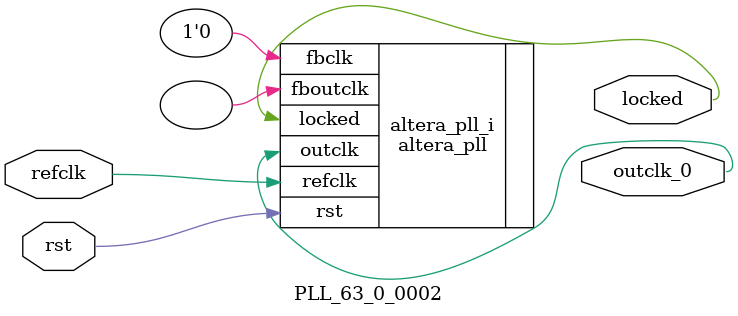
<source format=v>
`timescale 1ns/10ps
module  PLL_63_0_0002(

	// interface 'refclk'
	input wire refclk,

	// interface 'reset'
	input wire rst,

	// interface 'outclk0'
	output wire outclk_0,

	// interface 'locked'
	output wire locked
);

	altera_pll #(
		.fractional_vco_multiplier("false"),
		.reference_clock_frequency("50.0 MHz"),
		.operation_mode("direct"),
		.number_of_clocks(1),
		.output_clock_frequency0("63.055555 MHz"),
		.phase_shift0("0 ps"),
		.duty_cycle0(50),
		.output_clock_frequency1("0 MHz"),
		.phase_shift1("0 ps"),
		.duty_cycle1(50),
		.output_clock_frequency2("0 MHz"),
		.phase_shift2("0 ps"),
		.duty_cycle2(50),
		.output_clock_frequency3("0 MHz"),
		.phase_shift3("0 ps"),
		.duty_cycle3(50),
		.output_clock_frequency4("0 MHz"),
		.phase_shift4("0 ps"),
		.duty_cycle4(50),
		.output_clock_frequency5("0 MHz"),
		.phase_shift5("0 ps"),
		.duty_cycle5(50),
		.output_clock_frequency6("0 MHz"),
		.phase_shift6("0 ps"),
		.duty_cycle6(50),
		.output_clock_frequency7("0 MHz"),
		.phase_shift7("0 ps"),
		.duty_cycle7(50),
		.output_clock_frequency8("0 MHz"),
		.phase_shift8("0 ps"),
		.duty_cycle8(50),
		.output_clock_frequency9("0 MHz"),
		.phase_shift9("0 ps"),
		.duty_cycle9(50),
		.output_clock_frequency10("0 MHz"),
		.phase_shift10("0 ps"),
		.duty_cycle10(50),
		.output_clock_frequency11("0 MHz"),
		.phase_shift11("0 ps"),
		.duty_cycle11(50),
		.output_clock_frequency12("0 MHz"),
		.phase_shift12("0 ps"),
		.duty_cycle12(50),
		.output_clock_frequency13("0 MHz"),
		.phase_shift13("0 ps"),
		.duty_cycle13(50),
		.output_clock_frequency14("0 MHz"),
		.phase_shift14("0 ps"),
		.duty_cycle14(50),
		.output_clock_frequency15("0 MHz"),
		.phase_shift15("0 ps"),
		.duty_cycle15(50),
		.output_clock_frequency16("0 MHz"),
		.phase_shift16("0 ps"),
		.duty_cycle16(50),
		.output_clock_frequency17("0 MHz"),
		.phase_shift17("0 ps"),
		.duty_cycle17(50),
		.pll_type("General"),
		.pll_subtype("General")
	) altera_pll_i (
		.rst	(rst),
		.outclk	({outclk_0}),
		.locked	(locked),
		.fboutclk	( ),
		.fbclk	(1'b0),
		.refclk	(refclk)
	);
endmodule


</source>
